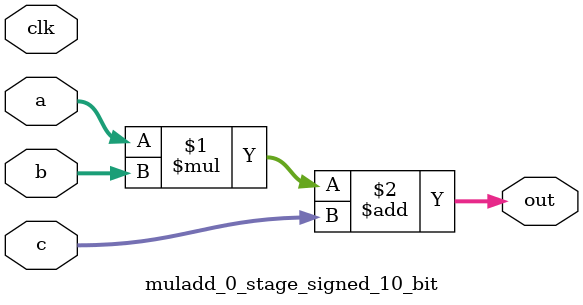
<source format=sv>
(* use_dsp = "yes" *) module muladd_0_stage_signed_10_bit(
	input signed [9:0] a,
	input signed [9:0] b,
	input signed [9:0] c,
	output [9:0] out,
	input clk);

	assign out = (a * b) + c;
endmodule

</source>
